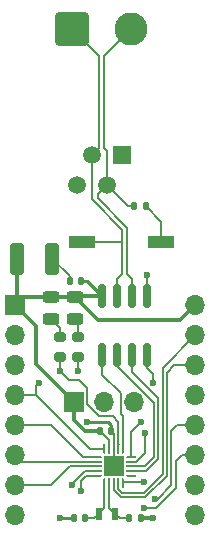
<source format=gtl>
G04 #@! TF.GenerationSoftware,KiCad,Pcbnew,8.0.8*
G04 #@! TF.CreationDate,2025-05-02T07:15:14-04:00*
G04 #@! TF.ProjectId,DevBoard1,44657642-6f61-4726-9431-2e6b69636164,rev?*
G04 #@! TF.SameCoordinates,Original*
G04 #@! TF.FileFunction,Copper,L1,Top*
G04 #@! TF.FilePolarity,Positive*
%FSLAX46Y46*%
G04 Gerber Fmt 4.6, Leading zero omitted, Abs format (unit mm)*
G04 Created by KiCad (PCBNEW 8.0.8) date 2025-05-02 07:15:14*
%MOMM*%
%LPD*%
G01*
G04 APERTURE LIST*
G04 Aperture macros list*
%AMRoundRect*
0 Rectangle with rounded corners*
0 $1 Rounding radius*
0 $2 $3 $4 $5 $6 $7 $8 $9 X,Y pos of 4 corners*
0 Add a 4 corners polygon primitive as box body*
4,1,4,$2,$3,$4,$5,$6,$7,$8,$9,$2,$3,0*
0 Add four circle primitives for the rounded corners*
1,1,$1+$1,$2,$3*
1,1,$1+$1,$4,$5*
1,1,$1+$1,$6,$7*
1,1,$1+$1,$8,$9*
0 Add four rect primitives between the rounded corners*
20,1,$1+$1,$2,$3,$4,$5,0*
20,1,$1+$1,$4,$5,$6,$7,0*
20,1,$1+$1,$6,$7,$8,$9,0*
20,1,$1+$1,$8,$9,$2,$3,0*%
%AMFreePoly0*
4,1,14,0.334644,0.085355,0.385355,0.034644,0.400000,-0.000711,0.400000,-0.050000,0.385355,-0.085355,0.350000,-0.100000,-0.350000,-0.100000,-0.385355,-0.085355,-0.400000,-0.050000,-0.400000,0.050000,-0.385355,0.085355,-0.350000,0.100000,0.299289,0.100000,0.334644,0.085355,0.334644,0.085355,$1*%
%AMFreePoly1*
4,1,14,0.385355,0.085355,0.400000,0.050000,0.400000,0.000711,0.385355,-0.034644,0.334644,-0.085355,0.299289,-0.100000,-0.350000,-0.100000,-0.385355,-0.085355,-0.400000,-0.050000,-0.400000,0.050000,-0.385355,0.085355,-0.350000,0.100000,0.350000,0.100000,0.385355,0.085355,0.385355,0.085355,$1*%
%AMFreePoly2*
4,1,14,0.085355,0.385355,0.100000,0.350000,0.100000,-0.350000,0.085355,-0.385355,0.050000,-0.400000,-0.050000,-0.400000,-0.085355,-0.385355,-0.100000,-0.350000,-0.100000,0.299289,-0.085355,0.334644,-0.034644,0.385355,0.000711,0.400000,0.050000,0.400000,0.085355,0.385355,0.085355,0.385355,$1*%
%AMFreePoly3*
4,1,14,0.034644,0.385355,0.085355,0.334644,0.100000,0.299289,0.100000,-0.350000,0.085355,-0.385355,0.050000,-0.400000,-0.050000,-0.400000,-0.085355,-0.385355,-0.100000,-0.350000,-0.100000,0.350000,-0.085355,0.385355,-0.050000,0.400000,-0.000711,0.400000,0.034644,0.385355,0.034644,0.385355,$1*%
%AMFreePoly4*
4,1,14,0.385355,0.085355,0.400000,0.050000,0.400000,-0.050000,0.385355,-0.085355,0.350000,-0.100000,-0.299289,-0.100000,-0.334644,-0.085355,-0.385355,-0.034644,-0.400000,0.000711,-0.400000,0.050000,-0.385355,0.085355,-0.350000,0.100000,0.350000,0.100000,0.385355,0.085355,0.385355,0.085355,$1*%
%AMFreePoly5*
4,1,14,0.385355,0.085355,0.400000,0.050000,0.400000,-0.050000,0.385355,-0.085355,0.350000,-0.100000,-0.350000,-0.100000,-0.385355,-0.085355,-0.400000,-0.050000,-0.400000,-0.000711,-0.385355,0.034644,-0.334644,0.085355,-0.299289,0.100000,0.350000,0.100000,0.385355,0.085355,0.385355,0.085355,$1*%
%AMFreePoly6*
4,1,14,0.085355,0.385355,0.100000,0.350000,0.100000,-0.299289,0.085355,-0.334644,0.034644,-0.385355,-0.000711,-0.400000,-0.050000,-0.400000,-0.085355,-0.385355,-0.100000,-0.350000,-0.100000,0.350000,-0.085355,0.385355,-0.050000,0.400000,0.050000,0.400000,0.085355,0.385355,0.085355,0.385355,$1*%
%AMFreePoly7*
4,1,14,0.085355,0.385355,0.100000,0.350000,0.100000,-0.350000,0.085355,-0.385355,0.050000,-0.400000,0.000711,-0.400000,-0.034644,-0.385355,-0.085355,-0.334644,-0.100000,-0.299289,-0.100000,0.350000,-0.085355,0.385355,-0.050000,0.400000,0.050000,0.400000,0.085355,0.385355,0.085355,0.385355,$1*%
G04 Aperture macros list end*
G04 #@! TA.AperFunction,SMDPad,CuDef*
%ADD10RoundRect,0.200000X0.275000X-0.200000X0.275000X0.200000X-0.275000X0.200000X-0.275000X-0.200000X0*%
G04 #@! TD*
G04 #@! TA.AperFunction,SMDPad,CuDef*
%ADD11RoundRect,0.243750X0.456250X-0.243750X0.456250X0.243750X-0.456250X0.243750X-0.456250X-0.243750X0*%
G04 #@! TD*
G04 #@! TA.AperFunction,SMDPad,CuDef*
%ADD12RoundRect,0.250000X-0.325000X-1.100000X0.325000X-1.100000X0.325000X1.100000X-0.325000X1.100000X0*%
G04 #@! TD*
G04 #@! TA.AperFunction,SMDPad,CuDef*
%ADD13RoundRect,0.140000X0.140000X0.170000X-0.140000X0.170000X-0.140000X-0.170000X0.140000X-0.170000X0*%
G04 #@! TD*
G04 #@! TA.AperFunction,ComponentPad*
%ADD14R,1.500000X1.500000*%
G04 #@! TD*
G04 #@! TA.AperFunction,ComponentPad*
%ADD15C,1.500000*%
G04 #@! TD*
G04 #@! TA.AperFunction,SMDPad,CuDef*
%ADD16RoundRect,0.140000X-0.140000X-0.170000X0.140000X-0.170000X0.140000X0.170000X-0.140000X0.170000X0*%
G04 #@! TD*
G04 #@! TA.AperFunction,ComponentPad*
%ADD17RoundRect,0.250001X-1.149999X-1.149999X1.149999X-1.149999X1.149999X1.149999X-1.149999X1.149999X0*%
G04 #@! TD*
G04 #@! TA.AperFunction,ComponentPad*
%ADD18C,2.800000*%
G04 #@! TD*
G04 #@! TA.AperFunction,SMDPad,CuDef*
%ADD19FreePoly0,270.000000*%
G04 #@! TD*
G04 #@! TA.AperFunction,SMDPad,CuDef*
%ADD20RoundRect,0.050000X-0.050000X0.350000X-0.050000X-0.350000X0.050000X-0.350000X0.050000X0.350000X0*%
G04 #@! TD*
G04 #@! TA.AperFunction,SMDPad,CuDef*
%ADD21FreePoly1,270.000000*%
G04 #@! TD*
G04 #@! TA.AperFunction,SMDPad,CuDef*
%ADD22FreePoly2,270.000000*%
G04 #@! TD*
G04 #@! TA.AperFunction,SMDPad,CuDef*
%ADD23RoundRect,0.050000X-0.350000X0.050000X-0.350000X-0.050000X0.350000X-0.050000X0.350000X0.050000X0*%
G04 #@! TD*
G04 #@! TA.AperFunction,SMDPad,CuDef*
%ADD24FreePoly3,270.000000*%
G04 #@! TD*
G04 #@! TA.AperFunction,SMDPad,CuDef*
%ADD25FreePoly4,270.000000*%
G04 #@! TD*
G04 #@! TA.AperFunction,SMDPad,CuDef*
%ADD26FreePoly5,270.000000*%
G04 #@! TD*
G04 #@! TA.AperFunction,SMDPad,CuDef*
%ADD27FreePoly6,270.000000*%
G04 #@! TD*
G04 #@! TA.AperFunction,SMDPad,CuDef*
%ADD28FreePoly7,270.000000*%
G04 #@! TD*
G04 #@! TA.AperFunction,HeatsinkPad*
%ADD29R,1.700000X1.700000*%
G04 #@! TD*
G04 #@! TA.AperFunction,ComponentPad*
%ADD30R,1.700000X1.700000*%
G04 #@! TD*
G04 #@! TA.AperFunction,ComponentPad*
%ADD31O,1.700000X1.700000*%
G04 #@! TD*
G04 #@! TA.AperFunction,SMDPad,CuDef*
%ADD32R,0.600000X1.100000*%
G04 #@! TD*
G04 #@! TA.AperFunction,SMDPad,CuDef*
%ADD33RoundRect,0.135000X-0.135000X-0.185000X0.135000X-0.185000X0.135000X0.185000X-0.135000X0.185000X0*%
G04 #@! TD*
G04 #@! TA.AperFunction,SMDPad,CuDef*
%ADD34RoundRect,0.150000X0.150000X-0.825000X0.150000X0.825000X-0.150000X0.825000X-0.150000X-0.825000X0*%
G04 #@! TD*
G04 #@! TA.AperFunction,SMDPad,CuDef*
%ADD35R,2.160000X1.120000*%
G04 #@! TD*
G04 #@! TA.AperFunction,ViaPad*
%ADD36C,0.600000*%
G04 #@! TD*
G04 #@! TA.AperFunction,Conductor*
%ADD37C,0.250000*%
G04 #@! TD*
G04 #@! TA.AperFunction,Conductor*
%ADD38C,0.200000*%
G04 #@! TD*
G04 #@! TA.AperFunction,Conductor*
%ADD39C,0.300000*%
G04 #@! TD*
G04 #@! TA.AperFunction,Conductor*
%ADD40C,0.150000*%
G04 #@! TD*
G04 APERTURE END LIST*
D10*
X94234000Y-75501000D03*
X94234000Y-73851000D03*
D11*
X93980000Y-72311500D03*
X93980000Y-70436500D03*
D12*
X89076000Y-67183000D03*
X92026000Y-67183000D03*
D13*
X94488000Y-69088000D03*
X93528000Y-69088000D03*
D14*
X97922000Y-58420000D03*
D15*
X96652000Y-60960000D03*
X95382000Y-58420000D03*
X94112000Y-60960000D03*
D16*
X96068000Y-81788000D03*
X97028000Y-81788000D03*
D17*
X93704400Y-47752000D03*
D18*
X98704400Y-47752000D03*
D19*
X98049800Y-83316600D03*
D20*
X97649800Y-83316600D03*
X97249800Y-83316600D03*
X96849800Y-83316600D03*
D21*
X96449800Y-83316600D03*
D22*
X95799800Y-83966600D03*
D23*
X95799800Y-84366600D03*
X95799800Y-84766600D03*
X95799800Y-85166600D03*
D24*
X95799800Y-85566600D03*
D25*
X96449800Y-86216600D03*
D20*
X96849800Y-86216600D03*
X97249800Y-86216600D03*
X97649800Y-86216600D03*
D26*
X98049800Y-86216600D03*
D27*
X98699800Y-85566600D03*
D23*
X98699800Y-85166600D03*
X98699800Y-84766600D03*
X98699800Y-84366600D03*
D28*
X98699800Y-83966600D03*
D29*
X97249800Y-84766600D03*
D30*
X93878400Y-79298800D03*
D31*
X96418400Y-79298800D03*
X98958400Y-79298800D03*
D10*
X92710000Y-75501000D03*
X92710000Y-73851000D03*
D30*
X88900000Y-71120000D03*
D31*
X88900000Y-73660000D03*
X88900000Y-76200000D03*
X88900000Y-78740000D03*
X88900000Y-81280000D03*
X88900000Y-83820000D03*
X88900000Y-86360000D03*
X88900000Y-88900000D03*
X104140000Y-88900000D03*
X104140000Y-86360000D03*
X104140000Y-83820000D03*
X104140000Y-81280000D03*
X104140000Y-78740000D03*
X104140000Y-76200000D03*
X104140000Y-73660000D03*
X104140000Y-71120000D03*
D32*
X97372400Y-88780300D03*
X95972400Y-88780300D03*
D33*
X98933000Y-62738000D03*
X99953000Y-62738000D03*
D13*
X94813000Y-89154000D03*
X93853000Y-89154000D03*
D34*
X96266000Y-75308000D03*
X97536000Y-75308000D03*
X98806000Y-75308000D03*
X100076000Y-75308000D03*
X100076000Y-70358000D03*
X98806000Y-70358000D03*
X97536000Y-70358000D03*
X96266000Y-70358000D03*
D11*
X91948000Y-72311500D03*
X91948000Y-70436500D03*
D35*
X94552000Y-65786000D03*
X101282000Y-65786000D03*
D16*
X98580000Y-89154000D03*
X99540000Y-89154000D03*
D36*
X100584000Y-89154000D03*
X100076000Y-68580000D03*
X94996000Y-81026000D03*
X92710000Y-89154000D03*
X92026000Y-67183000D03*
X97249800Y-84709000D03*
X99882000Y-81915000D03*
X99822000Y-86106000D03*
X90932000Y-77724000D03*
X94234000Y-76708000D03*
X92710000Y-76708000D03*
X94488000Y-86868000D03*
X100711000Y-87503000D03*
X99822000Y-88265000D03*
X93726000Y-86360000D03*
X100584000Y-77724000D03*
X99568000Y-81026000D03*
D37*
X96266000Y-70358000D02*
X96266000Y-71120000D01*
D38*
X96849800Y-82569800D02*
X96068000Y-81788000D01*
D39*
X91948000Y-70436500D02*
X89583500Y-70436500D01*
X93980000Y-70436500D02*
X91948000Y-70436500D01*
X89076000Y-67183000D02*
X89076000Y-70944000D01*
D37*
X94488000Y-69088000D02*
X94996000Y-69088000D01*
D39*
X90678000Y-76098400D02*
X93878400Y-79298800D01*
X89076000Y-70944000D02*
X88900000Y-71120000D01*
D37*
X94996000Y-69088000D02*
X96266000Y-70358000D01*
D39*
X104140000Y-71120000D02*
X102870000Y-72390000D01*
X94838761Y-81788000D02*
X93878400Y-80827639D01*
D37*
X89583500Y-70436500D02*
X88900000Y-71120000D01*
D39*
X96266000Y-70358000D02*
X94058500Y-70358000D01*
X90678000Y-72898000D02*
X90678000Y-76098400D01*
X88900000Y-71120000D02*
X90678000Y-72898000D01*
X96068000Y-81788000D02*
X94838761Y-81788000D01*
D37*
X94058500Y-70358000D02*
X93980000Y-70436500D01*
D39*
X95933500Y-72390000D02*
X93980000Y-70436500D01*
D38*
X96393000Y-70358000D02*
X96393000Y-69724397D01*
D39*
X93878400Y-80827639D02*
X93878400Y-79298800D01*
D38*
X96849800Y-83316600D02*
X96849800Y-82569800D01*
D39*
X102870000Y-72390000D02*
X95933500Y-72390000D01*
D40*
X97249800Y-84766600D02*
X97249800Y-84709000D01*
D37*
X93853000Y-89154000D02*
X92710000Y-89154000D01*
D40*
X97249800Y-84709000D02*
X97249800Y-83316600D01*
X97249800Y-83316600D02*
X97249800Y-82009800D01*
X97249800Y-82009800D02*
X97028000Y-81788000D01*
D37*
X96266000Y-81026000D02*
X94996000Y-81026000D01*
D38*
X92026000Y-67183000D02*
X93528000Y-68685000D01*
D37*
X97028000Y-81788000D02*
X97028000Y-81280000D01*
D38*
X100076000Y-70358000D02*
X100076000Y-68580000D01*
D37*
X96774000Y-81026000D02*
X96266000Y-81026000D01*
D39*
X99540000Y-89154000D02*
X100584000Y-89154000D01*
D37*
X97028000Y-81280000D02*
X96774000Y-81026000D01*
D38*
X93528000Y-68685000D02*
X93528000Y-69088000D01*
X97746100Y-89154000D02*
X97372400Y-88780300D01*
X98580000Y-89154000D02*
X97746100Y-89154000D01*
D40*
X97360800Y-88791900D02*
X97372400Y-88780300D01*
X96849800Y-86216600D02*
X96849800Y-88257700D01*
X96849800Y-88257700D02*
X97372400Y-88780300D01*
D38*
X95598700Y-89154000D02*
X95972400Y-88780300D01*
X94813000Y-89154000D02*
X95598700Y-89154000D01*
D40*
X95961200Y-88791500D02*
X95972400Y-88780300D01*
X96449800Y-86216600D02*
X96449800Y-88302900D01*
X96449800Y-88302900D02*
X95972400Y-88780300D01*
X94234000Y-72565500D02*
X93980000Y-72311500D01*
X94234000Y-73851000D02*
X94234000Y-72565500D01*
X92710000Y-73851000D02*
X92710000Y-73073500D01*
X92710000Y-73073500D02*
X91948000Y-72311500D01*
D38*
X96652000Y-58044000D02*
X96429400Y-57821400D01*
D40*
X98430000Y-62738000D02*
X96652000Y-60960000D01*
X98933000Y-62738000D02*
X98430000Y-62738000D01*
D38*
X98806000Y-68895499D02*
X98806000Y-70358000D01*
X96652000Y-60960000D02*
X95917100Y-61694900D01*
X96652000Y-60960000D02*
X96652000Y-58044000D01*
X95917100Y-62070900D02*
X98396000Y-64549800D01*
D40*
X98933000Y-62738000D02*
X98933000Y-62529800D01*
D38*
X95917100Y-61694900D02*
X95917100Y-62070900D01*
X96429400Y-57821400D02*
X96429400Y-50027000D01*
X98396000Y-68485499D02*
X98806000Y-68895499D01*
X96429400Y-50027000D02*
X98704400Y-47752000D01*
X98396000Y-64549800D02*
X98396000Y-68485499D01*
X95979400Y-57822600D02*
X95382000Y-58420000D01*
X95382000Y-58420000D02*
X95382000Y-62172200D01*
X93704400Y-47752000D02*
X95979400Y-50027000D01*
X97536000Y-68895499D02*
X97536000Y-70358000D01*
X97946000Y-64736200D02*
X97946000Y-65786000D01*
X95382000Y-62172200D02*
X97946000Y-64736200D01*
X94513400Y-47142400D02*
X93704400Y-47142400D01*
D40*
X94552000Y-65786000D02*
X97946000Y-65786000D01*
D38*
X97946000Y-68485499D02*
X97536000Y-68895499D01*
X97946000Y-65786000D02*
X97946000Y-68485499D01*
X95979400Y-50027000D02*
X95979400Y-57822600D01*
D40*
X99882000Y-83657624D02*
X99173024Y-84366600D01*
X99882000Y-81915000D02*
X99882000Y-83657624D01*
X99173024Y-84366600D02*
X98699800Y-84366600D01*
X89446600Y-84366600D02*
X88900000Y-83820000D01*
X95799800Y-84366600D02*
X89446600Y-84366600D01*
X98049800Y-86216600D02*
X98160400Y-86106000D01*
X98160400Y-86106000D02*
X99822000Y-86106000D01*
X93541400Y-84766600D02*
X91948000Y-86360000D01*
X91948000Y-86360000D02*
X88900000Y-86360000D01*
X95799800Y-84766600D02*
X93541400Y-84766600D01*
X99822000Y-86995000D02*
X101393026Y-85423974D01*
X101393026Y-85423974D02*
X101393026Y-84582000D01*
X97649800Y-86216600D02*
X97649800Y-86689824D01*
X101393026Y-76406974D02*
X101393026Y-84582000D01*
X97649800Y-86689824D02*
X97954976Y-86995000D01*
X97954976Y-86995000D02*
X99822000Y-86995000D01*
X104140000Y-73660000D02*
X101393026Y-76406974D01*
X90678000Y-78740000D02*
X88900000Y-78740000D01*
X90678000Y-78740000D02*
X90678000Y-77978000D01*
X94234000Y-75501000D02*
X94234000Y-76708000D01*
X90678000Y-77978000D02*
X90932000Y-77724000D01*
X95254600Y-83316600D02*
X90678000Y-78740000D01*
X96449800Y-83316600D02*
X95254600Y-83316600D01*
X88900000Y-76570400D02*
X88900000Y-76200000D01*
X94299600Y-77470000D02*
X93472000Y-77470000D01*
X95003400Y-79474791D02*
X95003400Y-78173800D01*
X92710000Y-76708000D02*
X92710000Y-75501000D01*
X97649800Y-82855594D02*
X97663000Y-82842394D01*
X97649800Y-80999774D02*
X97168026Y-80518000D01*
X96046609Y-80518000D02*
X95003400Y-79474791D01*
X97649800Y-82855594D02*
X97649800Y-80999774D01*
X93472000Y-77470000D02*
X92710000Y-76708000D01*
X97168026Y-80518000D02*
X96046609Y-80518000D01*
X95003400Y-78173800D02*
X94299600Y-77470000D01*
X97649800Y-83316600D02*
X97649800Y-82855594D01*
X97249800Y-86784799D02*
X97249800Y-86216600D01*
X104140000Y-76200000D02*
X102378026Y-76200000D01*
X99935974Y-87376000D02*
X97841001Y-87376000D01*
X102378026Y-76200000D02*
X101743026Y-76835000D01*
X101743026Y-85568948D02*
X99935974Y-87376000D01*
X97841001Y-87376000D02*
X97249800Y-86784799D01*
X101743026Y-76835000D02*
X101743026Y-85568948D01*
X104140000Y-81280000D02*
X102616000Y-81280000D01*
X94488000Y-86868000D02*
X94488000Y-85979000D01*
X102616000Y-81280000D02*
X102108000Y-81788000D01*
X94488000Y-85979000D02*
X94900400Y-85566600D01*
X102108000Y-86360000D02*
X100965000Y-87503000D01*
X94900400Y-85566600D02*
X95799800Y-85566600D01*
X100965000Y-87503000D02*
X100711000Y-87503000D01*
X102108000Y-81788000D02*
X102108000Y-86360000D01*
X91948000Y-81280000D02*
X94634600Y-83966600D01*
X94634600Y-83966600D02*
X95799800Y-83966600D01*
X88900000Y-81280000D02*
X91948000Y-81280000D01*
X104140000Y-83820000D02*
X102997000Y-83820000D01*
X102489000Y-86614000D02*
X101346000Y-87757000D01*
X93726000Y-86360000D02*
X93726000Y-86246026D01*
X100838000Y-88265000D02*
X99822000Y-88265000D01*
X94805426Y-85166600D02*
X95799800Y-85166600D01*
X101346000Y-87757000D02*
X100838000Y-88265000D01*
X93726000Y-86246026D02*
X94805426Y-85166600D01*
X102489000Y-84328000D02*
X102489000Y-86614000D01*
X102997000Y-83820000D02*
X102489000Y-84328000D01*
X101282000Y-66167000D02*
X101282000Y-64067000D01*
X101282000Y-64067000D02*
X99953000Y-62738000D01*
X97833400Y-80307400D02*
X98049800Y-80523800D01*
X97833400Y-78572105D02*
X97833400Y-80307400D01*
X97833400Y-78572105D02*
X96266000Y-77004705D01*
X98049800Y-80523800D02*
X98049800Y-83316600D01*
X96266000Y-77004705D02*
X96266000Y-75308000D01*
X101043026Y-78996199D02*
X98806000Y-76759173D01*
X99986375Y-85166600D02*
X101043026Y-84109949D01*
X101043026Y-84109949D02*
X101043026Y-78996199D01*
X98699800Y-85166600D02*
X99986375Y-85166600D01*
X98806000Y-76759173D02*
X98806000Y-75308000D01*
X100584000Y-77724000D02*
X100584000Y-76959000D01*
X100076000Y-76451000D02*
X100076000Y-75308000D01*
X100584000Y-76959000D02*
X100076000Y-76451000D01*
X98699800Y-81894200D02*
X99568000Y-81026000D01*
X98699800Y-83966600D02*
X98699800Y-81894200D01*
X99017295Y-77766705D02*
X100693026Y-79442435D01*
X97536000Y-76285410D02*
X97536000Y-75308000D01*
X99017295Y-77766705D02*
X97536000Y-76285410D01*
X99891400Y-84766600D02*
X98699800Y-84766600D01*
X100693026Y-79442435D02*
X100693026Y-83964974D01*
X100693026Y-83964974D02*
X99891400Y-84766600D01*
M02*

</source>
